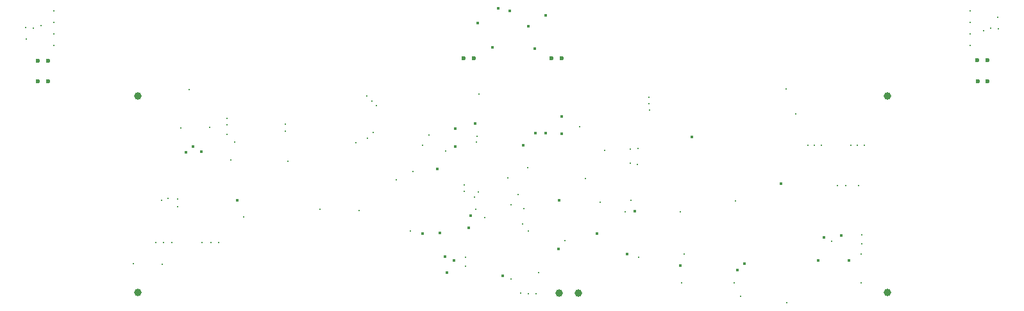
<source format=gbr>
%TF.GenerationSoftware,KiCad,Pcbnew,8.0.4*%
%TF.CreationDate,2024-11-30T13:53:12+01:00*%
%TF.ProjectId,ALL_PCBS,414c4c5f-5043-4425-932e-6b696361645f,rev?*%
%TF.SameCoordinates,Original*%
%TF.FileFunction,Plated,1,4,PTH,Drill*%
%TF.FilePolarity,Positive*%
%FSLAX46Y46*%
G04 Gerber Fmt 4.6, Leading zero omitted, Abs format (unit mm)*
G04 Created by KiCad (PCBNEW 8.0.4) date 2024-11-30 13:53:12*
%MOMM*%
%LPD*%
G01*
G04 APERTURE LIST*
%TA.AperFunction,ViaDrill*%
%ADD10C,0.260000*%
%TD*%
%TA.AperFunction,ViaDrill*%
%ADD11C,0.300000*%
%TD*%
%TA.AperFunction,ViaDrill*%
%ADD12C,0.400000*%
%TD*%
%TA.AperFunction,ViaDrill*%
%ADD13C,0.600000*%
%TD*%
%TA.AperFunction,ComponentDrill*%
%ADD14C,1.000000*%
%TD*%
G04 APERTURE END LIST*
D10*
X147925000Y-117250000D03*
X150100000Y-116175000D03*
X156900000Y-117900000D03*
X156925000Y-118800000D03*
X157100000Y-127500000D03*
X157100000Y-128700000D03*
X158262500Y-119512500D03*
X158400000Y-121175000D03*
X158500000Y-112300000D03*
X158593413Y-111493413D03*
X158800000Y-118900000D03*
X159604722Y-122275000D03*
X162650000Y-117000000D03*
X163125000Y-120600000D03*
X164037347Y-119237347D03*
X164600000Y-123100000D03*
X164750000Y-121100000D03*
X165300000Y-115675000D03*
X165400000Y-124000000D03*
X178900000Y-119962347D03*
X181268769Y-106355595D03*
X181300000Y-107200000D03*
X181350000Y-108075000D03*
X192725000Y-120075000D03*
X205430000Y-125358000D03*
D11*
X98980000Y-97080000D03*
X99075000Y-98625000D03*
X100000000Y-97200000D03*
X101000000Y-96900000D03*
X102750000Y-94950000D03*
X102750000Y-96450000D03*
X102750000Y-97950000D03*
X102750000Y-99450000D03*
X113190000Y-128390000D03*
X116150000Y-125530000D03*
X116975000Y-119975000D03*
X117050000Y-128400000D03*
X117240000Y-125530000D03*
X117750000Y-119750000D03*
X118330000Y-125530000D03*
X119025000Y-119800000D03*
X119025000Y-120850000D03*
X119525000Y-110375000D03*
X120575000Y-105350000D03*
X122280000Y-125530000D03*
X123275000Y-110350000D03*
X123460000Y-125540000D03*
X124490000Y-125530000D03*
X125575000Y-109175000D03*
X125575000Y-110000000D03*
X125575000Y-111250000D03*
X126130000Y-114650000D03*
X126625000Y-112300000D03*
X127750000Y-122175000D03*
X133300000Y-110790000D03*
X133310000Y-109900000D03*
X133630000Y-114800000D03*
X137900000Y-121200000D03*
X142610000Y-112330000D03*
X142990000Y-121330000D03*
X144010000Y-106150000D03*
X144100000Y-111790000D03*
X144740000Y-106880000D03*
X144890000Y-110960000D03*
X145350000Y-107480000D03*
X149800000Y-124075000D03*
X151375000Y-112725000D03*
X152250000Y-111325000D03*
X154430000Y-113450000D03*
X158850000Y-105950000D03*
X163075000Y-130400000D03*
X164330000Y-132280000D03*
X165380000Y-132300000D03*
X166380000Y-132300000D03*
X166750000Y-129525000D03*
X170190000Y-125300000D03*
X172125000Y-110250000D03*
X172910000Y-117130000D03*
X174870000Y-120190000D03*
X175475000Y-113350000D03*
X178150000Y-121475000D03*
X178830000Y-113190000D03*
X178830000Y-115080000D03*
X179810000Y-115210000D03*
X179820000Y-113140000D03*
X179925000Y-127500000D03*
X185450000Y-121475000D03*
X185590000Y-130910000D03*
X185990000Y-127070000D03*
X192570000Y-130920000D03*
X193370000Y-132700000D03*
X199425000Y-105225000D03*
X199530000Y-133490000D03*
X200675000Y-108575000D03*
X202270000Y-112660000D03*
X203150000Y-112660000D03*
X204100000Y-112660000D03*
X206210000Y-117990000D03*
X207280000Y-117990000D03*
X207970000Y-112660000D03*
X208850000Y-112660000D03*
X208960000Y-117990000D03*
X209275000Y-130900000D03*
X209340000Y-127060000D03*
X209360000Y-125720000D03*
X209375000Y-124560000D03*
X209750000Y-112660000D03*
X223700000Y-94950000D03*
X223700000Y-96450000D03*
X223700000Y-97950000D03*
X223700000Y-99450000D03*
X225450000Y-97500000D03*
X226450000Y-97200000D03*
X227375000Y-95775000D03*
X227470000Y-97320000D03*
D12*
X120200000Y-113600000D03*
X121125000Y-112825000D03*
X122200000Y-113575000D03*
X126910000Y-119980000D03*
X151400000Y-124400000D03*
X153350000Y-115800000D03*
X153725000Y-124325000D03*
X154350000Y-127425000D03*
X154650000Y-129550000D03*
X155550000Y-127950000D03*
X155700000Y-110500000D03*
X155700000Y-112900000D03*
X157525000Y-123625000D03*
X157780000Y-122020000D03*
X158388000Y-109812000D03*
X158700000Y-96550000D03*
X160675000Y-99700000D03*
X161360000Y-94600000D03*
X162000000Y-130000000D03*
X162900000Y-94875000D03*
X164712653Y-112712653D03*
X165375000Y-96975000D03*
X166250000Y-99875000D03*
X166325625Y-111099344D03*
X167625000Y-95525000D03*
X167675571Y-111075026D03*
X169325000Y-126400000D03*
X169400000Y-119962347D03*
X169750000Y-111200000D03*
X169762500Y-108887500D03*
X174400000Y-124370000D03*
X178450000Y-127100000D03*
X179450000Y-121375000D03*
X185425000Y-128625000D03*
X187000000Y-111575000D03*
X192970000Y-129200000D03*
X193910000Y-128360000D03*
X198775000Y-117800000D03*
X203652000Y-127898000D03*
X204414000Y-124850000D03*
X206700000Y-124596000D03*
X207716000Y-127898000D03*
D13*
X100600000Y-101500000D03*
X100600000Y-104200000D03*
X102000000Y-101500000D03*
X102000000Y-104200000D03*
X156800000Y-101200000D03*
X158200000Y-101200000D03*
X168400000Y-101200000D03*
X169800000Y-101200000D03*
X224600000Y-101400000D03*
X224700000Y-104200000D03*
X226000000Y-101400000D03*
X226000000Y-104200000D03*
D14*
%TO.C,P4*%
X113800000Y-106200000D03*
%TO.C,P3*%
X113800000Y-132200000D03*
%TO.C,+VIN-*%
X169410000Y-132290000D03*
X171950000Y-132290000D03*
%TO.C,P1*%
X212800000Y-106200000D03*
%TO.C,P2*%
X212800000Y-132200000D03*
M02*

</source>
